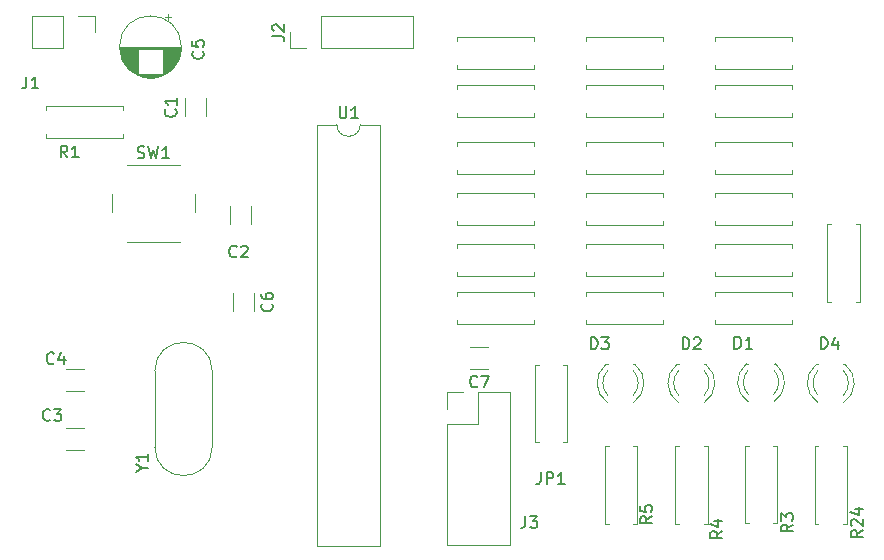
<source format=gbr>
%TF.GenerationSoftware,KiCad,Pcbnew,9.0.2+dfsg-1*%
%TF.CreationDate,2025-08-27T00:54:43+05:30*%
%TF.ProjectId,scopetester_v1,73636f70-6574-4657-9374-65725f76312e,rev?*%
%TF.SameCoordinates,Original*%
%TF.FileFunction,Legend,Top*%
%TF.FilePolarity,Positive*%
%FSLAX46Y46*%
G04 Gerber Fmt 4.6, Leading zero omitted, Abs format (unit mm)*
G04 Created by KiCad (PCBNEW 9.0.2+dfsg-1) date 2025-08-27 00:54:43*
%MOMM*%
%LPD*%
G01*
G04 APERTURE LIST*
%ADD10C,0.150000*%
%ADD11C,0.120000*%
G04 APERTURE END LIST*
D10*
X130054666Y-103206819D02*
X130054666Y-103921104D01*
X130054666Y-103921104D02*
X130007047Y-104063961D01*
X130007047Y-104063961D02*
X129911809Y-104159200D01*
X129911809Y-104159200D02*
X129768952Y-104206819D01*
X129768952Y-104206819D02*
X129673714Y-104206819D01*
X130435619Y-103206819D02*
X131054666Y-103206819D01*
X131054666Y-103206819D02*
X130721333Y-103587771D01*
X130721333Y-103587771D02*
X130864190Y-103587771D01*
X130864190Y-103587771D02*
X130959428Y-103635390D01*
X130959428Y-103635390D02*
X131007047Y-103683009D01*
X131007047Y-103683009D02*
X131054666Y-103778247D01*
X131054666Y-103778247D02*
X131054666Y-104016342D01*
X131054666Y-104016342D02*
X131007047Y-104111580D01*
X131007047Y-104111580D02*
X130959428Y-104159200D01*
X130959428Y-104159200D02*
X130864190Y-104206819D01*
X130864190Y-104206819D02*
X130578476Y-104206819D01*
X130578476Y-104206819D02*
X130483238Y-104159200D01*
X130483238Y-104159200D02*
X130435619Y-104111580D01*
X114310095Y-68508819D02*
X114310095Y-69318342D01*
X114310095Y-69318342D02*
X114357714Y-69413580D01*
X114357714Y-69413580D02*
X114405333Y-69461200D01*
X114405333Y-69461200D02*
X114500571Y-69508819D01*
X114500571Y-69508819D02*
X114691047Y-69508819D01*
X114691047Y-69508819D02*
X114786285Y-69461200D01*
X114786285Y-69461200D02*
X114833904Y-69413580D01*
X114833904Y-69413580D02*
X114881523Y-69318342D01*
X114881523Y-69318342D02*
X114881523Y-68508819D01*
X115881523Y-69508819D02*
X115310095Y-69508819D01*
X115595809Y-69508819D02*
X115595809Y-68508819D01*
X115595809Y-68508819D02*
X115500571Y-68651676D01*
X115500571Y-68651676D02*
X115405333Y-68746914D01*
X115405333Y-68746914D02*
X115310095Y-68794533D01*
X108581580Y-85236666D02*
X108629200Y-85284285D01*
X108629200Y-85284285D02*
X108676819Y-85427142D01*
X108676819Y-85427142D02*
X108676819Y-85522380D01*
X108676819Y-85522380D02*
X108629200Y-85665237D01*
X108629200Y-85665237D02*
X108533961Y-85760475D01*
X108533961Y-85760475D02*
X108438723Y-85808094D01*
X108438723Y-85808094D02*
X108248247Y-85855713D01*
X108248247Y-85855713D02*
X108105390Y-85855713D01*
X108105390Y-85855713D02*
X107914914Y-85808094D01*
X107914914Y-85808094D02*
X107819676Y-85760475D01*
X107819676Y-85760475D02*
X107724438Y-85665237D01*
X107724438Y-85665237D02*
X107676819Y-85522380D01*
X107676819Y-85522380D02*
X107676819Y-85427142D01*
X107676819Y-85427142D02*
X107724438Y-85284285D01*
X107724438Y-85284285D02*
X107772057Y-85236666D01*
X107676819Y-84379523D02*
X107676819Y-84569999D01*
X107676819Y-84569999D02*
X107724438Y-84665237D01*
X107724438Y-84665237D02*
X107772057Y-84712856D01*
X107772057Y-84712856D02*
X107914914Y-84808094D01*
X107914914Y-84808094D02*
X108105390Y-84855713D01*
X108105390Y-84855713D02*
X108486342Y-84855713D01*
X108486342Y-84855713D02*
X108581580Y-84808094D01*
X108581580Y-84808094D02*
X108629200Y-84760475D01*
X108629200Y-84760475D02*
X108676819Y-84665237D01*
X108676819Y-84665237D02*
X108676819Y-84474761D01*
X108676819Y-84474761D02*
X108629200Y-84379523D01*
X108629200Y-84379523D02*
X108581580Y-84331904D01*
X108581580Y-84331904D02*
X108486342Y-84284285D01*
X108486342Y-84284285D02*
X108248247Y-84284285D01*
X108248247Y-84284285D02*
X108153009Y-84331904D01*
X108153009Y-84331904D02*
X108105390Y-84379523D01*
X108105390Y-84379523D02*
X108057771Y-84474761D01*
X108057771Y-84474761D02*
X108057771Y-84665237D01*
X108057771Y-84665237D02*
X108105390Y-84760475D01*
X108105390Y-84760475D02*
X108153009Y-84808094D01*
X108153009Y-84808094D02*
X108248247Y-84855713D01*
X131366666Y-99494819D02*
X131366666Y-100209104D01*
X131366666Y-100209104D02*
X131319047Y-100351961D01*
X131319047Y-100351961D02*
X131223809Y-100447200D01*
X131223809Y-100447200D02*
X131080952Y-100494819D01*
X131080952Y-100494819D02*
X130985714Y-100494819D01*
X131842857Y-100494819D02*
X131842857Y-99494819D01*
X131842857Y-99494819D02*
X132223809Y-99494819D01*
X132223809Y-99494819D02*
X132319047Y-99542438D01*
X132319047Y-99542438D02*
X132366666Y-99590057D01*
X132366666Y-99590057D02*
X132414285Y-99685295D01*
X132414285Y-99685295D02*
X132414285Y-99828152D01*
X132414285Y-99828152D02*
X132366666Y-99923390D01*
X132366666Y-99923390D02*
X132319047Y-99971009D01*
X132319047Y-99971009D02*
X132223809Y-100018628D01*
X132223809Y-100018628D02*
X131842857Y-100018628D01*
X133366666Y-100494819D02*
X132795238Y-100494819D01*
X133080952Y-100494819D02*
X133080952Y-99494819D01*
X133080952Y-99494819D02*
X132985714Y-99637676D01*
X132985714Y-99637676D02*
X132890476Y-99732914D01*
X132890476Y-99732914D02*
X132795238Y-99780533D01*
X140752819Y-103232666D02*
X140276628Y-103565999D01*
X140752819Y-103804094D02*
X139752819Y-103804094D01*
X139752819Y-103804094D02*
X139752819Y-103423142D01*
X139752819Y-103423142D02*
X139800438Y-103327904D01*
X139800438Y-103327904D02*
X139848057Y-103280285D01*
X139848057Y-103280285D02*
X139943295Y-103232666D01*
X139943295Y-103232666D02*
X140086152Y-103232666D01*
X140086152Y-103232666D02*
X140181390Y-103280285D01*
X140181390Y-103280285D02*
X140229009Y-103327904D01*
X140229009Y-103327904D02*
X140276628Y-103423142D01*
X140276628Y-103423142D02*
X140276628Y-103804094D01*
X139752819Y-102327904D02*
X139752819Y-102804094D01*
X139752819Y-102804094D02*
X140229009Y-102851713D01*
X140229009Y-102851713D02*
X140181390Y-102804094D01*
X140181390Y-102804094D02*
X140133771Y-102708856D01*
X140133771Y-102708856D02*
X140133771Y-102470761D01*
X140133771Y-102470761D02*
X140181390Y-102375523D01*
X140181390Y-102375523D02*
X140229009Y-102327904D01*
X140229009Y-102327904D02*
X140324247Y-102280285D01*
X140324247Y-102280285D02*
X140562342Y-102280285D01*
X140562342Y-102280285D02*
X140657580Y-102327904D01*
X140657580Y-102327904D02*
X140705200Y-102375523D01*
X140705200Y-102375523D02*
X140752819Y-102470761D01*
X140752819Y-102470761D02*
X140752819Y-102708856D01*
X140752819Y-102708856D02*
X140705200Y-102804094D01*
X140705200Y-102804094D02*
X140657580Y-102851713D01*
X147737905Y-89022599D02*
X147737905Y-88022599D01*
X147737905Y-88022599D02*
X147976000Y-88022599D01*
X147976000Y-88022599D02*
X148118857Y-88070218D01*
X148118857Y-88070218D02*
X148214095Y-88165456D01*
X148214095Y-88165456D02*
X148261714Y-88260694D01*
X148261714Y-88260694D02*
X148309333Y-88451170D01*
X148309333Y-88451170D02*
X148309333Y-88594027D01*
X148309333Y-88594027D02*
X148261714Y-88784503D01*
X148261714Y-88784503D02*
X148214095Y-88879741D01*
X148214095Y-88879741D02*
X148118857Y-88974980D01*
X148118857Y-88974980D02*
X147976000Y-89022599D01*
X147976000Y-89022599D02*
X147737905Y-89022599D01*
X149261714Y-89022599D02*
X148690286Y-89022599D01*
X148976000Y-89022599D02*
X148976000Y-88022599D01*
X148976000Y-88022599D02*
X148880762Y-88165456D01*
X148880762Y-88165456D02*
X148785524Y-88260694D01*
X148785524Y-88260694D02*
X148690286Y-88308313D01*
X97578628Y-99126190D02*
X98054819Y-99126190D01*
X97054819Y-99459523D02*
X97578628Y-99126190D01*
X97578628Y-99126190D02*
X97054819Y-98792857D01*
X98054819Y-97935714D02*
X98054819Y-98507142D01*
X98054819Y-98221428D02*
X97054819Y-98221428D01*
X97054819Y-98221428D02*
X97197676Y-98316666D01*
X97197676Y-98316666D02*
X97292914Y-98411904D01*
X97292914Y-98411904D02*
X97340533Y-98507142D01*
X152704819Y-103922446D02*
X152228628Y-104255779D01*
X152704819Y-104493874D02*
X151704819Y-104493874D01*
X151704819Y-104493874D02*
X151704819Y-104112922D01*
X151704819Y-104112922D02*
X151752438Y-104017684D01*
X151752438Y-104017684D02*
X151800057Y-103970065D01*
X151800057Y-103970065D02*
X151895295Y-103922446D01*
X151895295Y-103922446D02*
X152038152Y-103922446D01*
X152038152Y-103922446D02*
X152133390Y-103970065D01*
X152133390Y-103970065D02*
X152181009Y-104017684D01*
X152181009Y-104017684D02*
X152228628Y-104112922D01*
X152228628Y-104112922D02*
X152228628Y-104493874D01*
X151704819Y-103589112D02*
X151704819Y-102970065D01*
X151704819Y-102970065D02*
X152085771Y-103303398D01*
X152085771Y-103303398D02*
X152085771Y-103160541D01*
X152085771Y-103160541D02*
X152133390Y-103065303D01*
X152133390Y-103065303D02*
X152181009Y-103017684D01*
X152181009Y-103017684D02*
X152276247Y-102970065D01*
X152276247Y-102970065D02*
X152514342Y-102970065D01*
X152514342Y-102970065D02*
X152609580Y-103017684D01*
X152609580Y-103017684D02*
X152657200Y-103065303D01*
X152657200Y-103065303D02*
X152704819Y-103160541D01*
X152704819Y-103160541D02*
X152704819Y-103446255D01*
X152704819Y-103446255D02*
X152657200Y-103541493D01*
X152657200Y-103541493D02*
X152609580Y-103589112D01*
X135583905Y-89082819D02*
X135583905Y-88082819D01*
X135583905Y-88082819D02*
X135822000Y-88082819D01*
X135822000Y-88082819D02*
X135964857Y-88130438D01*
X135964857Y-88130438D02*
X136060095Y-88225676D01*
X136060095Y-88225676D02*
X136107714Y-88320914D01*
X136107714Y-88320914D02*
X136155333Y-88511390D01*
X136155333Y-88511390D02*
X136155333Y-88654247D01*
X136155333Y-88654247D02*
X136107714Y-88844723D01*
X136107714Y-88844723D02*
X136060095Y-88939961D01*
X136060095Y-88939961D02*
X135964857Y-89035200D01*
X135964857Y-89035200D02*
X135822000Y-89082819D01*
X135822000Y-89082819D02*
X135583905Y-89082819D01*
X136488667Y-88082819D02*
X137107714Y-88082819D01*
X137107714Y-88082819D02*
X136774381Y-88463771D01*
X136774381Y-88463771D02*
X136917238Y-88463771D01*
X136917238Y-88463771D02*
X137012476Y-88511390D01*
X137012476Y-88511390D02*
X137060095Y-88559009D01*
X137060095Y-88559009D02*
X137107714Y-88654247D01*
X137107714Y-88654247D02*
X137107714Y-88892342D01*
X137107714Y-88892342D02*
X137060095Y-88987580D01*
X137060095Y-88987580D02*
X137012476Y-89035200D01*
X137012476Y-89035200D02*
X136917238Y-89082819D01*
X136917238Y-89082819D02*
X136631524Y-89082819D01*
X136631524Y-89082819D02*
X136536286Y-89035200D01*
X136536286Y-89035200D02*
X136488667Y-88987580D01*
X97218667Y-72865200D02*
X97361524Y-72912819D01*
X97361524Y-72912819D02*
X97599619Y-72912819D01*
X97599619Y-72912819D02*
X97694857Y-72865200D01*
X97694857Y-72865200D02*
X97742476Y-72817580D01*
X97742476Y-72817580D02*
X97790095Y-72722342D01*
X97790095Y-72722342D02*
X97790095Y-72627104D01*
X97790095Y-72627104D02*
X97742476Y-72531866D01*
X97742476Y-72531866D02*
X97694857Y-72484247D01*
X97694857Y-72484247D02*
X97599619Y-72436628D01*
X97599619Y-72436628D02*
X97409143Y-72389009D01*
X97409143Y-72389009D02*
X97313905Y-72341390D01*
X97313905Y-72341390D02*
X97266286Y-72293771D01*
X97266286Y-72293771D02*
X97218667Y-72198533D01*
X97218667Y-72198533D02*
X97218667Y-72103295D01*
X97218667Y-72103295D02*
X97266286Y-72008057D01*
X97266286Y-72008057D02*
X97313905Y-71960438D01*
X97313905Y-71960438D02*
X97409143Y-71912819D01*
X97409143Y-71912819D02*
X97647238Y-71912819D01*
X97647238Y-71912819D02*
X97790095Y-71960438D01*
X98123429Y-71912819D02*
X98361524Y-72912819D01*
X98361524Y-72912819D02*
X98552000Y-72198533D01*
X98552000Y-72198533D02*
X98742476Y-72912819D01*
X98742476Y-72912819D02*
X98980572Y-71912819D01*
X99885333Y-72912819D02*
X99313905Y-72912819D01*
X99599619Y-72912819D02*
X99599619Y-71912819D01*
X99599619Y-71912819D02*
X99504381Y-72055676D01*
X99504381Y-72055676D02*
X99409143Y-72150914D01*
X99409143Y-72150914D02*
X99313905Y-72198533D01*
X125983333Y-92209580D02*
X125935714Y-92257200D01*
X125935714Y-92257200D02*
X125792857Y-92304819D01*
X125792857Y-92304819D02*
X125697619Y-92304819D01*
X125697619Y-92304819D02*
X125554762Y-92257200D01*
X125554762Y-92257200D02*
X125459524Y-92161961D01*
X125459524Y-92161961D02*
X125411905Y-92066723D01*
X125411905Y-92066723D02*
X125364286Y-91876247D01*
X125364286Y-91876247D02*
X125364286Y-91733390D01*
X125364286Y-91733390D02*
X125411905Y-91542914D01*
X125411905Y-91542914D02*
X125459524Y-91447676D01*
X125459524Y-91447676D02*
X125554762Y-91352438D01*
X125554762Y-91352438D02*
X125697619Y-91304819D01*
X125697619Y-91304819D02*
X125792857Y-91304819D01*
X125792857Y-91304819D02*
X125935714Y-91352438D01*
X125935714Y-91352438D02*
X125983333Y-91400057D01*
X126316667Y-91304819D02*
X126983333Y-91304819D01*
X126983333Y-91304819D02*
X126554762Y-92304819D01*
X100417580Y-68766666D02*
X100465200Y-68814285D01*
X100465200Y-68814285D02*
X100512819Y-68957142D01*
X100512819Y-68957142D02*
X100512819Y-69052380D01*
X100512819Y-69052380D02*
X100465200Y-69195237D01*
X100465200Y-69195237D02*
X100369961Y-69290475D01*
X100369961Y-69290475D02*
X100274723Y-69338094D01*
X100274723Y-69338094D02*
X100084247Y-69385713D01*
X100084247Y-69385713D02*
X99941390Y-69385713D01*
X99941390Y-69385713D02*
X99750914Y-69338094D01*
X99750914Y-69338094D02*
X99655676Y-69290475D01*
X99655676Y-69290475D02*
X99560438Y-69195237D01*
X99560438Y-69195237D02*
X99512819Y-69052380D01*
X99512819Y-69052380D02*
X99512819Y-68957142D01*
X99512819Y-68957142D02*
X99560438Y-68814285D01*
X99560438Y-68814285D02*
X99608057Y-68766666D01*
X100512819Y-67814285D02*
X100512819Y-68385713D01*
X100512819Y-68099999D02*
X99512819Y-68099999D01*
X99512819Y-68099999D02*
X99655676Y-68195237D01*
X99655676Y-68195237D02*
X99750914Y-68290475D01*
X99750914Y-68290475D02*
X99798533Y-68385713D01*
X105601333Y-81203580D02*
X105553714Y-81251200D01*
X105553714Y-81251200D02*
X105410857Y-81298819D01*
X105410857Y-81298819D02*
X105315619Y-81298819D01*
X105315619Y-81298819D02*
X105172762Y-81251200D01*
X105172762Y-81251200D02*
X105077524Y-81155961D01*
X105077524Y-81155961D02*
X105029905Y-81060723D01*
X105029905Y-81060723D02*
X104982286Y-80870247D01*
X104982286Y-80870247D02*
X104982286Y-80727390D01*
X104982286Y-80727390D02*
X105029905Y-80536914D01*
X105029905Y-80536914D02*
X105077524Y-80441676D01*
X105077524Y-80441676D02*
X105172762Y-80346438D01*
X105172762Y-80346438D02*
X105315619Y-80298819D01*
X105315619Y-80298819D02*
X105410857Y-80298819D01*
X105410857Y-80298819D02*
X105553714Y-80346438D01*
X105553714Y-80346438D02*
X105601333Y-80394057D01*
X105982286Y-80394057D02*
X106029905Y-80346438D01*
X106029905Y-80346438D02*
X106125143Y-80298819D01*
X106125143Y-80298819D02*
X106363238Y-80298819D01*
X106363238Y-80298819D02*
X106458476Y-80346438D01*
X106458476Y-80346438D02*
X106506095Y-80394057D01*
X106506095Y-80394057D02*
X106553714Y-80489295D01*
X106553714Y-80489295D02*
X106553714Y-80584533D01*
X106553714Y-80584533D02*
X106506095Y-80727390D01*
X106506095Y-80727390D02*
X105934667Y-81298819D01*
X105934667Y-81298819D02*
X106553714Y-81298819D01*
X158604819Y-104408857D02*
X158128628Y-104742190D01*
X158604819Y-104980285D02*
X157604819Y-104980285D01*
X157604819Y-104980285D02*
X157604819Y-104599333D01*
X157604819Y-104599333D02*
X157652438Y-104504095D01*
X157652438Y-104504095D02*
X157700057Y-104456476D01*
X157700057Y-104456476D02*
X157795295Y-104408857D01*
X157795295Y-104408857D02*
X157938152Y-104408857D01*
X157938152Y-104408857D02*
X158033390Y-104456476D01*
X158033390Y-104456476D02*
X158081009Y-104504095D01*
X158081009Y-104504095D02*
X158128628Y-104599333D01*
X158128628Y-104599333D02*
X158128628Y-104980285D01*
X157700057Y-104027904D02*
X157652438Y-103980285D01*
X157652438Y-103980285D02*
X157604819Y-103885047D01*
X157604819Y-103885047D02*
X157604819Y-103646952D01*
X157604819Y-103646952D02*
X157652438Y-103551714D01*
X157652438Y-103551714D02*
X157700057Y-103504095D01*
X157700057Y-103504095D02*
X157795295Y-103456476D01*
X157795295Y-103456476D02*
X157890533Y-103456476D01*
X157890533Y-103456476D02*
X158033390Y-103504095D01*
X158033390Y-103504095D02*
X158604819Y-104075523D01*
X158604819Y-104075523D02*
X158604819Y-103456476D01*
X157938152Y-102599333D02*
X158604819Y-102599333D01*
X157557200Y-102837428D02*
X158271485Y-103075523D01*
X158271485Y-103075523D02*
X158271485Y-102456476D01*
X146704819Y-104472666D02*
X146228628Y-104805999D01*
X146704819Y-105044094D02*
X145704819Y-105044094D01*
X145704819Y-105044094D02*
X145704819Y-104663142D01*
X145704819Y-104663142D02*
X145752438Y-104567904D01*
X145752438Y-104567904D02*
X145800057Y-104520285D01*
X145800057Y-104520285D02*
X145895295Y-104472666D01*
X145895295Y-104472666D02*
X146038152Y-104472666D01*
X146038152Y-104472666D02*
X146133390Y-104520285D01*
X146133390Y-104520285D02*
X146181009Y-104567904D01*
X146181009Y-104567904D02*
X146228628Y-104663142D01*
X146228628Y-104663142D02*
X146228628Y-105044094D01*
X146038152Y-103615523D02*
X146704819Y-103615523D01*
X145657200Y-103853618D02*
X146371485Y-104091713D01*
X146371485Y-104091713D02*
X146371485Y-103472666D01*
X108630819Y-62563333D02*
X109345104Y-62563333D01*
X109345104Y-62563333D02*
X109487961Y-62610952D01*
X109487961Y-62610952D02*
X109583200Y-62706190D01*
X109583200Y-62706190D02*
X109630819Y-62849047D01*
X109630819Y-62849047D02*
X109630819Y-62944285D01*
X108726057Y-62134761D02*
X108678438Y-62087142D01*
X108678438Y-62087142D02*
X108630819Y-61991904D01*
X108630819Y-61991904D02*
X108630819Y-61753809D01*
X108630819Y-61753809D02*
X108678438Y-61658571D01*
X108678438Y-61658571D02*
X108726057Y-61610952D01*
X108726057Y-61610952D02*
X108821295Y-61563333D01*
X108821295Y-61563333D02*
X108916533Y-61563333D01*
X108916533Y-61563333D02*
X109059390Y-61610952D01*
X109059390Y-61610952D02*
X109630819Y-62182380D01*
X109630819Y-62182380D02*
X109630819Y-61563333D01*
X102721580Y-63855778D02*
X102769200Y-63903397D01*
X102769200Y-63903397D02*
X102816819Y-64046254D01*
X102816819Y-64046254D02*
X102816819Y-64141492D01*
X102816819Y-64141492D02*
X102769200Y-64284349D01*
X102769200Y-64284349D02*
X102673961Y-64379587D01*
X102673961Y-64379587D02*
X102578723Y-64427206D01*
X102578723Y-64427206D02*
X102388247Y-64474825D01*
X102388247Y-64474825D02*
X102245390Y-64474825D01*
X102245390Y-64474825D02*
X102054914Y-64427206D01*
X102054914Y-64427206D02*
X101959676Y-64379587D01*
X101959676Y-64379587D02*
X101864438Y-64284349D01*
X101864438Y-64284349D02*
X101816819Y-64141492D01*
X101816819Y-64141492D02*
X101816819Y-64046254D01*
X101816819Y-64046254D02*
X101864438Y-63903397D01*
X101864438Y-63903397D02*
X101912057Y-63855778D01*
X101816819Y-62951016D02*
X101816819Y-63427206D01*
X101816819Y-63427206D02*
X102293009Y-63474825D01*
X102293009Y-63474825D02*
X102245390Y-63427206D01*
X102245390Y-63427206D02*
X102197771Y-63331968D01*
X102197771Y-63331968D02*
X102197771Y-63093873D01*
X102197771Y-63093873D02*
X102245390Y-62998635D01*
X102245390Y-62998635D02*
X102293009Y-62951016D01*
X102293009Y-62951016D02*
X102388247Y-62903397D01*
X102388247Y-62903397D02*
X102626342Y-62903397D01*
X102626342Y-62903397D02*
X102721580Y-62951016D01*
X102721580Y-62951016D02*
X102769200Y-62998635D01*
X102769200Y-62998635D02*
X102816819Y-63093873D01*
X102816819Y-63093873D02*
X102816819Y-63331968D01*
X102816819Y-63331968D02*
X102769200Y-63427206D01*
X102769200Y-63427206D02*
X102721580Y-63474825D01*
X91273333Y-72844819D02*
X90940000Y-72368628D01*
X90701905Y-72844819D02*
X90701905Y-71844819D01*
X90701905Y-71844819D02*
X91082857Y-71844819D01*
X91082857Y-71844819D02*
X91178095Y-71892438D01*
X91178095Y-71892438D02*
X91225714Y-71940057D01*
X91225714Y-71940057D02*
X91273333Y-72035295D01*
X91273333Y-72035295D02*
X91273333Y-72178152D01*
X91273333Y-72178152D02*
X91225714Y-72273390D01*
X91225714Y-72273390D02*
X91178095Y-72321009D01*
X91178095Y-72321009D02*
X91082857Y-72368628D01*
X91082857Y-72368628D02*
X90701905Y-72368628D01*
X92225714Y-72844819D02*
X91654286Y-72844819D01*
X91940000Y-72844819D02*
X91940000Y-71844819D01*
X91940000Y-71844819D02*
X91844762Y-71987676D01*
X91844762Y-71987676D02*
X91749524Y-72082914D01*
X91749524Y-72082914D02*
X91654286Y-72130533D01*
X90133333Y-90259580D02*
X90085714Y-90307200D01*
X90085714Y-90307200D02*
X89942857Y-90354819D01*
X89942857Y-90354819D02*
X89847619Y-90354819D01*
X89847619Y-90354819D02*
X89704762Y-90307200D01*
X89704762Y-90307200D02*
X89609524Y-90211961D01*
X89609524Y-90211961D02*
X89561905Y-90116723D01*
X89561905Y-90116723D02*
X89514286Y-89926247D01*
X89514286Y-89926247D02*
X89514286Y-89783390D01*
X89514286Y-89783390D02*
X89561905Y-89592914D01*
X89561905Y-89592914D02*
X89609524Y-89497676D01*
X89609524Y-89497676D02*
X89704762Y-89402438D01*
X89704762Y-89402438D02*
X89847619Y-89354819D01*
X89847619Y-89354819D02*
X89942857Y-89354819D01*
X89942857Y-89354819D02*
X90085714Y-89402438D01*
X90085714Y-89402438D02*
X90133333Y-89450057D01*
X90990476Y-89688152D02*
X90990476Y-90354819D01*
X90752381Y-89307200D02*
X90514286Y-90021485D01*
X90514286Y-90021485D02*
X91133333Y-90021485D01*
X155061905Y-89054819D02*
X155061905Y-88054819D01*
X155061905Y-88054819D02*
X155300000Y-88054819D01*
X155300000Y-88054819D02*
X155442857Y-88102438D01*
X155442857Y-88102438D02*
X155538095Y-88197676D01*
X155538095Y-88197676D02*
X155585714Y-88292914D01*
X155585714Y-88292914D02*
X155633333Y-88483390D01*
X155633333Y-88483390D02*
X155633333Y-88626247D01*
X155633333Y-88626247D02*
X155585714Y-88816723D01*
X155585714Y-88816723D02*
X155538095Y-88911961D01*
X155538095Y-88911961D02*
X155442857Y-89007200D01*
X155442857Y-89007200D02*
X155300000Y-89054819D01*
X155300000Y-89054819D02*
X155061905Y-89054819D01*
X156490476Y-88388152D02*
X156490476Y-89054819D01*
X156252381Y-88007200D02*
X156014286Y-88721485D01*
X156014286Y-88721485D02*
X156633333Y-88721485D01*
X89811333Y-95059580D02*
X89763714Y-95107200D01*
X89763714Y-95107200D02*
X89620857Y-95154819D01*
X89620857Y-95154819D02*
X89525619Y-95154819D01*
X89525619Y-95154819D02*
X89382762Y-95107200D01*
X89382762Y-95107200D02*
X89287524Y-95011961D01*
X89287524Y-95011961D02*
X89239905Y-94916723D01*
X89239905Y-94916723D02*
X89192286Y-94726247D01*
X89192286Y-94726247D02*
X89192286Y-94583390D01*
X89192286Y-94583390D02*
X89239905Y-94392914D01*
X89239905Y-94392914D02*
X89287524Y-94297676D01*
X89287524Y-94297676D02*
X89382762Y-94202438D01*
X89382762Y-94202438D02*
X89525619Y-94154819D01*
X89525619Y-94154819D02*
X89620857Y-94154819D01*
X89620857Y-94154819D02*
X89763714Y-94202438D01*
X89763714Y-94202438D02*
X89811333Y-94250057D01*
X90144667Y-94154819D02*
X90763714Y-94154819D01*
X90763714Y-94154819D02*
X90430381Y-94535771D01*
X90430381Y-94535771D02*
X90573238Y-94535771D01*
X90573238Y-94535771D02*
X90668476Y-94583390D01*
X90668476Y-94583390D02*
X90716095Y-94631009D01*
X90716095Y-94631009D02*
X90763714Y-94726247D01*
X90763714Y-94726247D02*
X90763714Y-94964342D01*
X90763714Y-94964342D02*
X90716095Y-95059580D01*
X90716095Y-95059580D02*
X90668476Y-95107200D01*
X90668476Y-95107200D02*
X90573238Y-95154819D01*
X90573238Y-95154819D02*
X90287524Y-95154819D01*
X90287524Y-95154819D02*
X90192286Y-95107200D01*
X90192286Y-95107200D02*
X90144667Y-95059580D01*
X87804666Y-66002819D02*
X87804666Y-66717104D01*
X87804666Y-66717104D02*
X87757047Y-66859961D01*
X87757047Y-66859961D02*
X87661809Y-66955200D01*
X87661809Y-66955200D02*
X87518952Y-67002819D01*
X87518952Y-67002819D02*
X87423714Y-67002819D01*
X88804666Y-67002819D02*
X88233238Y-67002819D01*
X88518952Y-67002819D02*
X88518952Y-66002819D01*
X88518952Y-66002819D02*
X88423714Y-66145676D01*
X88423714Y-66145676D02*
X88328476Y-66240914D01*
X88328476Y-66240914D02*
X88233238Y-66288533D01*
X143361905Y-89082819D02*
X143361905Y-88082819D01*
X143361905Y-88082819D02*
X143600000Y-88082819D01*
X143600000Y-88082819D02*
X143742857Y-88130438D01*
X143742857Y-88130438D02*
X143838095Y-88225676D01*
X143838095Y-88225676D02*
X143885714Y-88320914D01*
X143885714Y-88320914D02*
X143933333Y-88511390D01*
X143933333Y-88511390D02*
X143933333Y-88654247D01*
X143933333Y-88654247D02*
X143885714Y-88844723D01*
X143885714Y-88844723D02*
X143838095Y-88939961D01*
X143838095Y-88939961D02*
X143742857Y-89035200D01*
X143742857Y-89035200D02*
X143600000Y-89082819D01*
X143600000Y-89082819D02*
X143361905Y-89082819D01*
X144314286Y-88178057D02*
X144361905Y-88130438D01*
X144361905Y-88130438D02*
X144457143Y-88082819D01*
X144457143Y-88082819D02*
X144695238Y-88082819D01*
X144695238Y-88082819D02*
X144790476Y-88130438D01*
X144790476Y-88130438D02*
X144838095Y-88178057D01*
X144838095Y-88178057D02*
X144885714Y-88273295D01*
X144885714Y-88273295D02*
X144885714Y-88368533D01*
X144885714Y-88368533D02*
X144838095Y-88511390D01*
X144838095Y-88511390D02*
X144266667Y-89082819D01*
X144266667Y-89082819D02*
X144885714Y-89082819D01*
D11*
%TO.C,J3*%
X123420000Y-92720000D02*
X124800000Y-92720000D01*
X123420000Y-94100000D02*
X123420000Y-92720000D01*
X123420000Y-95370000D02*
X123420000Y-105640000D01*
X123420000Y-95370000D02*
X126070000Y-95370000D01*
X123420000Y-105640000D02*
X128720000Y-105640000D01*
X126070000Y-92720000D02*
X128720000Y-92720000D01*
X126070000Y-95370000D02*
X126070000Y-92720000D01*
X128720000Y-92720000D02*
X128720000Y-105640000D01*
%TO.C,U1*%
X112422000Y-70054000D02*
X112422000Y-105734000D01*
X112422000Y-105734000D02*
X117722000Y-105734000D01*
X114072000Y-70054000D02*
X112422000Y-70054000D01*
X117722000Y-70054000D02*
X116072000Y-70054000D01*
X117722000Y-105734000D02*
X117722000Y-70054000D01*
X116072000Y-70054000D02*
G75*
G02*
X114072000Y-70054000I-1000000J0D01*
G01*
%TO.C,C6*%
X105252000Y-84305000D02*
X105252000Y-85835000D01*
X107092000Y-84305000D02*
X107092000Y-85835000D01*
%TO.C,JP1*%
X130830000Y-90420000D02*
X131160000Y-90420000D01*
X130830000Y-96960000D02*
X130830000Y-90420000D01*
X131160000Y-96960000D02*
X130830000Y-96960000D01*
X133240000Y-96960000D02*
X133570000Y-96960000D01*
X133570000Y-90420000D02*
X133240000Y-90420000D01*
X133570000Y-96960000D02*
X133570000Y-90420000D01*
%TO.C,R8*%
X124238000Y-75846000D02*
X130778000Y-75846000D01*
X124238000Y-76176000D02*
X124238000Y-75846000D01*
X124238000Y-78256000D02*
X124238000Y-78586000D01*
X124238000Y-78586000D02*
X130778000Y-78586000D01*
X130778000Y-75846000D02*
X130778000Y-76176000D01*
X130778000Y-78586000D02*
X130778000Y-78256000D01*
%TO.C,R5*%
X136778000Y-97296000D02*
X136778000Y-103836000D01*
X136778000Y-103836000D02*
X137108000Y-103836000D01*
X137108000Y-97296000D02*
X136778000Y-97296000D01*
X139188000Y-97296000D02*
X139518000Y-97296000D01*
X139518000Y-97296000D02*
X139518000Y-103836000D01*
X139518000Y-103836000D02*
X139188000Y-103836000D01*
%TO.C,D1*%
X148920000Y-90309780D02*
X148764000Y-90309780D01*
X151236000Y-90309780D02*
X151080000Y-90309780D01*
X148920000Y-92910741D02*
G75*
G02*
X148920000Y-90828819I1080000J1040961D01*
G01*
X148920000Y-93541217D02*
G75*
G02*
X148764484Y-90309780I1080000J1671437D01*
G01*
X151080000Y-90828819D02*
G75*
G02*
X151080000Y-92910741I-1080000J-1040961D01*
G01*
X151235516Y-90309780D02*
G75*
G02*
X151080000Y-93541217I-1235516J-1560000D01*
G01*
%TO.C,Y1*%
X98665000Y-90940000D02*
X98665000Y-97340000D01*
X103535000Y-90940000D02*
X103535000Y-97340000D01*
X98665000Y-90940000D02*
G75*
G02*
X103535000Y-90940000I2435000J0D01*
G01*
X103535000Y-97340000D02*
G75*
G02*
X98665000Y-97340000I-2435000J0D01*
G01*
%TO.C,R9*%
X124238000Y-80164000D02*
X130778000Y-80164000D01*
X124238000Y-80494000D02*
X124238000Y-80164000D01*
X124238000Y-82574000D02*
X124238000Y-82904000D01*
X124238000Y-82904000D02*
X130778000Y-82904000D01*
X130778000Y-80164000D02*
X130778000Y-80494000D01*
X130778000Y-82904000D02*
X130778000Y-82574000D01*
%TO.C,R23*%
X155602000Y-78518000D02*
X155932000Y-78518000D01*
X155602000Y-85058000D02*
X155602000Y-78518000D01*
X155932000Y-85058000D02*
X155602000Y-85058000D01*
X158012000Y-85058000D02*
X158342000Y-85058000D01*
X158342000Y-78518000D02*
X158012000Y-78518000D01*
X158342000Y-85058000D02*
X158342000Y-78518000D01*
%TO.C,R12*%
X135160000Y-66702000D02*
X141700000Y-66702000D01*
X135160000Y-67032000D02*
X135160000Y-66702000D01*
X135160000Y-69112000D02*
X135160000Y-69442000D01*
X135160000Y-69442000D02*
X141700000Y-69442000D01*
X141700000Y-66702000D02*
X141700000Y-67032000D01*
X141700000Y-69442000D02*
X141700000Y-69112000D01*
%TO.C,R21*%
X146082000Y-80164000D02*
X146082000Y-80494000D01*
X146082000Y-82904000D02*
X146082000Y-82574000D01*
X152622000Y-80164000D02*
X146082000Y-80164000D01*
X152622000Y-80494000D02*
X152622000Y-80164000D01*
X152622000Y-82574000D02*
X152622000Y-82904000D01*
X152622000Y-82904000D02*
X146082000Y-82904000D01*
%TO.C,R18*%
X146082000Y-66702000D02*
X146082000Y-67032000D01*
X146082000Y-69442000D02*
X146082000Y-69112000D01*
X152622000Y-66702000D02*
X146082000Y-66702000D01*
X152622000Y-67032000D02*
X152622000Y-66702000D01*
X152622000Y-69112000D02*
X152622000Y-69442000D01*
X152622000Y-69442000D02*
X146082000Y-69442000D01*
%TO.C,R3*%
X148630000Y-97235780D02*
X148630000Y-103775780D01*
X148630000Y-103775780D02*
X148960000Y-103775780D01*
X148960000Y-97235780D02*
X148630000Y-97235780D01*
X151040000Y-97235780D02*
X151370000Y-97235780D01*
X151370000Y-97235780D02*
X151370000Y-103775780D01*
X151370000Y-103775780D02*
X151040000Y-103775780D01*
%TO.C,R6*%
X124238000Y-66702000D02*
X130778000Y-66702000D01*
X124238000Y-67032000D02*
X124238000Y-66702000D01*
X124238000Y-69112000D02*
X124238000Y-69442000D01*
X124238000Y-69442000D02*
X130778000Y-69442000D01*
X130778000Y-66702000D02*
X130778000Y-67032000D01*
X130778000Y-69442000D02*
X130778000Y-69112000D01*
%TO.C,D3*%
X137020000Y-90370000D02*
X136864000Y-90370000D01*
X139336000Y-90370000D02*
X139180000Y-90370000D01*
X137020000Y-92970961D02*
G75*
G02*
X137020000Y-90889039I1080000J1040961D01*
G01*
X137020000Y-93601437D02*
G75*
G02*
X136864484Y-90370000I1080000J1671437D01*
G01*
X139180000Y-90889039D02*
G75*
G02*
X139180000Y-92970961I-1080000J-1040961D01*
G01*
X139335516Y-90370000D02*
G75*
G02*
X139180000Y-93601437I-1235516J-1560000D01*
G01*
%TO.C,R19*%
X146082000Y-71528000D02*
X146082000Y-71858000D01*
X146082000Y-74268000D02*
X146082000Y-73938000D01*
X152622000Y-71528000D02*
X146082000Y-71528000D01*
X152622000Y-71858000D02*
X152622000Y-71528000D01*
X152622000Y-73938000D02*
X152622000Y-74268000D01*
X152622000Y-74268000D02*
X146082000Y-74268000D01*
%TO.C,R16*%
X135160000Y-84228000D02*
X141700000Y-84228000D01*
X135160000Y-84558000D02*
X135160000Y-84228000D01*
X135160000Y-86638000D02*
X135160000Y-86968000D01*
X135160000Y-86968000D02*
X141700000Y-86968000D01*
X141700000Y-84228000D02*
X141700000Y-84558000D01*
X141700000Y-86968000D02*
X141700000Y-86638000D01*
%TO.C,R20*%
X146082000Y-75846000D02*
X146082000Y-76176000D01*
X146082000Y-78586000D02*
X146082000Y-78256000D01*
X152622000Y-75846000D02*
X146082000Y-75846000D01*
X152622000Y-76176000D02*
X152622000Y-75846000D01*
X152622000Y-78256000D02*
X152622000Y-78586000D01*
X152622000Y-78586000D02*
X146082000Y-78586000D01*
%TO.C,R7*%
X124238000Y-71528000D02*
X130778000Y-71528000D01*
X124238000Y-71858000D02*
X124238000Y-71528000D01*
X124238000Y-73938000D02*
X124238000Y-74268000D01*
X124238000Y-74268000D02*
X130778000Y-74268000D01*
X130778000Y-71528000D02*
X130778000Y-71858000D01*
X130778000Y-74268000D02*
X130778000Y-73938000D01*
%TO.C,R11*%
X135160000Y-62638000D02*
X141700000Y-62638000D01*
X135160000Y-62968000D02*
X135160000Y-62638000D01*
X135160000Y-65048000D02*
X135160000Y-65378000D01*
X135160000Y-65378000D02*
X141700000Y-65378000D01*
X141700000Y-62638000D02*
X141700000Y-62968000D01*
X141700000Y-65378000D02*
X141700000Y-65048000D01*
%TO.C,SW1*%
X95052000Y-75958000D02*
X95052000Y-77458000D01*
X96302000Y-79958000D02*
X100802000Y-79958000D01*
X100802000Y-73458000D02*
X96302000Y-73458000D01*
X102052000Y-77458000D02*
X102052000Y-75958000D01*
%TO.C,R14*%
X135160000Y-75846000D02*
X141700000Y-75846000D01*
X135160000Y-76176000D02*
X135160000Y-75846000D01*
X135160000Y-78256000D02*
X135160000Y-78586000D01*
X135160000Y-78586000D02*
X141700000Y-78586000D01*
X141700000Y-75846000D02*
X141700000Y-76176000D01*
X141700000Y-78586000D02*
X141700000Y-78256000D01*
%TO.C,C7*%
X126915000Y-88880000D02*
X125385000Y-88880000D01*
X126915000Y-90720000D02*
X125385000Y-90720000D01*
%TO.C,C1*%
X101188000Y-69365000D02*
X101188000Y-67835000D01*
X103028000Y-69365000D02*
X103028000Y-67835000D01*
%TO.C,R13*%
X135160000Y-71528000D02*
X141700000Y-71528000D01*
X135160000Y-71858000D02*
X135160000Y-71528000D01*
X135160000Y-73938000D02*
X135160000Y-74268000D01*
X135160000Y-74268000D02*
X141700000Y-74268000D01*
X141700000Y-71528000D02*
X141700000Y-71858000D01*
X141700000Y-74268000D02*
X141700000Y-73938000D01*
%TO.C,C2*%
X104998000Y-76979000D02*
X104998000Y-78509000D01*
X106838000Y-76979000D02*
X106838000Y-78509000D01*
%TO.C,R15*%
X135160000Y-80164000D02*
X141700000Y-80164000D01*
X135160000Y-80494000D02*
X135160000Y-80164000D01*
X135160000Y-82574000D02*
X135160000Y-82904000D01*
X135160000Y-82904000D02*
X141700000Y-82904000D01*
X141700000Y-80164000D02*
X141700000Y-80494000D01*
X141700000Y-82904000D02*
X141700000Y-82574000D01*
%TO.C,R24*%
X157270000Y-103836000D02*
X156940000Y-103836000D01*
X157270000Y-97296000D02*
X157270000Y-103836000D01*
X156940000Y-97296000D02*
X157270000Y-97296000D01*
X154860000Y-97296000D02*
X154530000Y-97296000D01*
X154530000Y-103836000D02*
X154860000Y-103836000D01*
X154530000Y-97296000D02*
X154530000Y-103836000D01*
%TO.C,R4*%
X142730000Y-97296000D02*
X142730000Y-103836000D01*
X142730000Y-103836000D02*
X143060000Y-103836000D01*
X143060000Y-97296000D02*
X142730000Y-97296000D01*
X145140000Y-97296000D02*
X145470000Y-97296000D01*
X145470000Y-97296000D02*
X145470000Y-103836000D01*
X145470000Y-103836000D02*
X145140000Y-103836000D01*
%TO.C,J2*%
X110126000Y-63610000D02*
X110126000Y-62230000D01*
X111506000Y-63610000D02*
X110126000Y-63610000D01*
X112776000Y-60850000D02*
X120506000Y-60850000D01*
X112776000Y-63610000D02*
X112776000Y-60850000D01*
X112776000Y-63610000D02*
X120506000Y-63610000D01*
X120506000Y-63610000D02*
X120506000Y-60850000D01*
%TO.C,R22*%
X146082000Y-84228000D02*
X152622000Y-84228000D01*
X146082000Y-84558000D02*
X146082000Y-84228000D01*
X146082000Y-86638000D02*
X146082000Y-86968000D01*
X146082000Y-86968000D02*
X152622000Y-86968000D01*
X152622000Y-84228000D02*
X152622000Y-84558000D01*
X152622000Y-86968000D02*
X152622000Y-86638000D01*
%TO.C,R2*%
X124238000Y-62638000D02*
X130778000Y-62638000D01*
X124238000Y-62968000D02*
X124238000Y-62638000D01*
X124238000Y-65048000D02*
X124238000Y-65378000D01*
X124238000Y-65378000D02*
X130778000Y-65378000D01*
X130778000Y-62638000D02*
X130778000Y-62968000D01*
X130778000Y-65378000D02*
X130778000Y-65048000D01*
%TO.C,R10*%
X124238000Y-84228000D02*
X130778000Y-84228000D01*
X124238000Y-84558000D02*
X124238000Y-84228000D01*
X124238000Y-86638000D02*
X124238000Y-86968000D01*
X124238000Y-86968000D02*
X130778000Y-86968000D01*
X130778000Y-84228000D02*
X130778000Y-84558000D01*
X130778000Y-86968000D02*
X130778000Y-86638000D01*
%TO.C,C5*%
X97258000Y-63720000D02*
X95729000Y-63720000D01*
X97258000Y-63760000D02*
X95733000Y-63760000D01*
X97258000Y-63800000D02*
X95738000Y-63800000D01*
X97258000Y-63840000D02*
X95743000Y-63840000D01*
X97258000Y-63880000D02*
X95749000Y-63880000D01*
X97258000Y-63920000D02*
X95755000Y-63920000D01*
X97258000Y-63960000D02*
X95762000Y-63960000D01*
X97258000Y-64000000D02*
X95770000Y-64000000D01*
X97258000Y-64040000D02*
X95779000Y-64040000D01*
X97258000Y-64080000D02*
X95788000Y-64080000D01*
X97258000Y-64120000D02*
X95797000Y-64120000D01*
X97258000Y-64160000D02*
X95808000Y-64160000D01*
X97258000Y-64200000D02*
X95819000Y-64200000D01*
X97258000Y-64240000D02*
X95831000Y-64240000D01*
X97258000Y-64280000D02*
X95843000Y-64280000D01*
X97258000Y-64320000D02*
X95856000Y-64320000D01*
X97258000Y-64360000D02*
X95870000Y-64360000D01*
X97258000Y-64400000D02*
X95885000Y-64400000D01*
X97258000Y-64440000D02*
X95900000Y-64440000D01*
X97258000Y-64480000D02*
X95916000Y-64480000D01*
X97258000Y-64520000D02*
X95933000Y-64520000D01*
X97258000Y-64560000D02*
X95951000Y-64560000D01*
X97258000Y-64600000D02*
X95969000Y-64600000D01*
X97258000Y-64640000D02*
X95989000Y-64640000D01*
X97258000Y-64680000D02*
X96009000Y-64680000D01*
X97258000Y-64720000D02*
X96030000Y-64720000D01*
X97258000Y-64760000D02*
X96052000Y-64760000D01*
X97258000Y-64800000D02*
X96075000Y-64800000D01*
X97258000Y-64840000D02*
X96099000Y-64840000D01*
X97258000Y-64880000D02*
X96123000Y-64880000D01*
X97258000Y-64920000D02*
X96149000Y-64920000D01*
X97258000Y-64960000D02*
X96176000Y-64960000D01*
X97258000Y-65000000D02*
X96204000Y-65000000D01*
X97258000Y-65040000D02*
X96233000Y-65040000D01*
X97258000Y-65080000D02*
X96263000Y-65080000D01*
X97258000Y-65120000D02*
X96295000Y-65120000D01*
X97258000Y-65160000D02*
X96328000Y-65160000D01*
X97258000Y-65200000D02*
X96362000Y-65200000D01*
X97258000Y-65240000D02*
X96397000Y-65240000D01*
X97258000Y-65280000D02*
X96434000Y-65280000D01*
X97258000Y-65320000D02*
X96473000Y-65320000D01*
X97258000Y-65360000D02*
X96513000Y-65360000D01*
X97258000Y-65400000D02*
X96555000Y-65400000D01*
X97258000Y-65440000D02*
X96599000Y-65440000D01*
X97258000Y-65480000D02*
X96646000Y-65480000D01*
X97258000Y-65520000D02*
X96694000Y-65520000D01*
X97258000Y-65560000D02*
X96745000Y-65560000D01*
X97258000Y-65600000D02*
X96799000Y-65600000D01*
X97258000Y-65640000D02*
X96855000Y-65640000D01*
X97258000Y-65680000D02*
X96915000Y-65680000D01*
X97258000Y-65720000D02*
X96979000Y-65720000D01*
X97258000Y-65760000D02*
X97047000Y-65760000D01*
X98581000Y-66080000D02*
X98015000Y-66080000D01*
X98815000Y-66040000D02*
X97781000Y-66040000D01*
X98975000Y-66000000D02*
X97621000Y-66000000D01*
X99103000Y-65960000D02*
X97493000Y-65960000D01*
X99212000Y-65920000D02*
X97384000Y-65920000D01*
X99309000Y-65880000D02*
X97287000Y-65880000D01*
X99396000Y-65840000D02*
X97200000Y-65840000D01*
X99475000Y-65800000D02*
X97121000Y-65800000D01*
X99549000Y-65760000D02*
X99338000Y-65760000D01*
X99617000Y-65720000D02*
X99338000Y-65720000D01*
X99681000Y-65680000D02*
X99338000Y-65680000D01*
X99741000Y-65640000D02*
X99338000Y-65640000D01*
X99773000Y-60675225D02*
X99773000Y-61175225D01*
X99797000Y-65600000D02*
X99338000Y-65600000D01*
X99851000Y-65560000D02*
X99338000Y-65560000D01*
X99902000Y-65520000D02*
X99338000Y-65520000D01*
X99950000Y-65480000D02*
X99338000Y-65480000D01*
X99997000Y-65440000D02*
X99338000Y-65440000D01*
X100023000Y-60925225D02*
X99523000Y-60925225D01*
X100041000Y-65400000D02*
X99338000Y-65400000D01*
X100083000Y-65360000D02*
X99338000Y-65360000D01*
X100123000Y-65320000D02*
X99338000Y-65320000D01*
X100162000Y-65280000D02*
X99338000Y-65280000D01*
X100199000Y-65240000D02*
X99338000Y-65240000D01*
X100234000Y-65200000D02*
X99338000Y-65200000D01*
X100268000Y-65160000D02*
X99338000Y-65160000D01*
X100301000Y-65120000D02*
X99338000Y-65120000D01*
X100333000Y-65080000D02*
X99338000Y-65080000D01*
X100363000Y-65040000D02*
X99338000Y-65040000D01*
X100392000Y-65000000D02*
X99338000Y-65000000D01*
X100420000Y-64960000D02*
X99338000Y-64960000D01*
X100447000Y-64920000D02*
X99338000Y-64920000D01*
X100473000Y-64880000D02*
X99338000Y-64880000D01*
X100497000Y-64840000D02*
X99338000Y-64840000D01*
X100521000Y-64800000D02*
X99338000Y-64800000D01*
X100544000Y-64760000D02*
X99338000Y-64760000D01*
X100566000Y-64720000D02*
X99338000Y-64720000D01*
X100587000Y-64680000D02*
X99338000Y-64680000D01*
X100607000Y-64640000D02*
X99338000Y-64640000D01*
X100627000Y-64600000D02*
X99338000Y-64600000D01*
X100645000Y-64560000D02*
X99338000Y-64560000D01*
X100663000Y-64520000D02*
X99338000Y-64520000D01*
X100680000Y-64480000D02*
X99338000Y-64480000D01*
X100696000Y-64440000D02*
X99338000Y-64440000D01*
X100711000Y-64400000D02*
X99338000Y-64400000D01*
X100726000Y-64360000D02*
X99338000Y-64360000D01*
X100740000Y-64320000D02*
X99338000Y-64320000D01*
X100753000Y-64280000D02*
X99338000Y-64280000D01*
X100765000Y-64240000D02*
X99338000Y-64240000D01*
X100777000Y-64200000D02*
X99338000Y-64200000D01*
X100788000Y-64160000D02*
X99338000Y-64160000D01*
X100799000Y-64120000D02*
X99338000Y-64120000D01*
X100808000Y-64080000D02*
X99338000Y-64080000D01*
X100817000Y-64040000D02*
X99338000Y-64040000D01*
X100826000Y-64000000D02*
X99338000Y-64000000D01*
X100834000Y-63960000D02*
X99338000Y-63960000D01*
X100841000Y-63920000D02*
X99338000Y-63920000D01*
X100847000Y-63880000D02*
X99338000Y-63880000D01*
X100853000Y-63840000D02*
X99338000Y-63840000D01*
X100858000Y-63800000D02*
X99338000Y-63800000D01*
X100863000Y-63760000D02*
X99338000Y-63760000D01*
X100867000Y-63720000D02*
X99338000Y-63720000D01*
X100870000Y-63680000D02*
X95726000Y-63680000D01*
X100873000Y-63640000D02*
X95723000Y-63640000D01*
X100875000Y-63600000D02*
X95721000Y-63600000D01*
X100877000Y-63560000D02*
X95719000Y-63560000D01*
X100878000Y-63480000D02*
X95718000Y-63480000D01*
X100878000Y-63520000D02*
X95718000Y-63520000D01*
X100918000Y-63480000D02*
G75*
G02*
X95678000Y-63480000I-2620000J0D01*
G01*
X95678000Y-63480000D02*
G75*
G02*
X100918000Y-63480000I2620000J0D01*
G01*
%TO.C,R1*%
X89440000Y-68480000D02*
X95980000Y-68480000D01*
X89440000Y-68810000D02*
X89440000Y-68480000D01*
X89440000Y-70890000D02*
X89440000Y-71220000D01*
X89440000Y-71220000D02*
X95980000Y-71220000D01*
X95980000Y-68480000D02*
X95980000Y-68810000D01*
X95980000Y-71220000D02*
X95980000Y-70890000D01*
%TO.C,C4*%
X91185000Y-90780000D02*
X92715000Y-90780000D01*
X91185000Y-92620000D02*
X92715000Y-92620000D01*
%TO.C,D4*%
X157135516Y-90370000D02*
G75*
G02*
X156980000Y-93601437I-1235516J-1560000D01*
G01*
X156980000Y-90889039D02*
G75*
G02*
X156980000Y-92970961I-1080000J-1040961D01*
G01*
X154820000Y-93601437D02*
G75*
G02*
X154664484Y-90370000I1080000J1671437D01*
G01*
X154820000Y-92970961D02*
G75*
G02*
X154820000Y-90889039I1080000J1040961D01*
G01*
X157136000Y-90370000D02*
X156980000Y-90370000D01*
X154820000Y-90370000D02*
X154664000Y-90370000D01*
%TO.C,C3*%
X91163000Y-95780000D02*
X92693000Y-95780000D01*
X91163000Y-97620000D02*
X92693000Y-97620000D01*
%TO.C,J1*%
X88282000Y-60850000D02*
X88282000Y-63610000D01*
X90932000Y-60850000D02*
X88282000Y-60850000D01*
X90932000Y-60850000D02*
X90932000Y-63610000D01*
X90932000Y-63610000D02*
X88282000Y-63610000D01*
X92202000Y-60850000D02*
X93582000Y-60850000D01*
X93582000Y-60850000D02*
X93582000Y-62230000D01*
%TO.C,R17*%
X146082000Y-62638000D02*
X146082000Y-62968000D01*
X146082000Y-65378000D02*
X146082000Y-65048000D01*
X152622000Y-62638000D02*
X146082000Y-62638000D01*
X152622000Y-62968000D02*
X152622000Y-62638000D01*
X152622000Y-65048000D02*
X152622000Y-65378000D01*
X152622000Y-65378000D02*
X146082000Y-65378000D01*
%TO.C,D2*%
X143020000Y-90370000D02*
X142864000Y-90370000D01*
X145336000Y-90370000D02*
X145180000Y-90370000D01*
X143020000Y-92970961D02*
G75*
G02*
X143020000Y-90889039I1080000J1040961D01*
G01*
X143020000Y-93601437D02*
G75*
G02*
X142864484Y-90370000I1080000J1671437D01*
G01*
X145180000Y-90889039D02*
G75*
G02*
X145180000Y-92970961I-1080000J-1040961D01*
G01*
X145335516Y-90370000D02*
G75*
G02*
X145180000Y-93601437I-1235516J-1560000D01*
G01*
%TD*%
M02*

</source>
